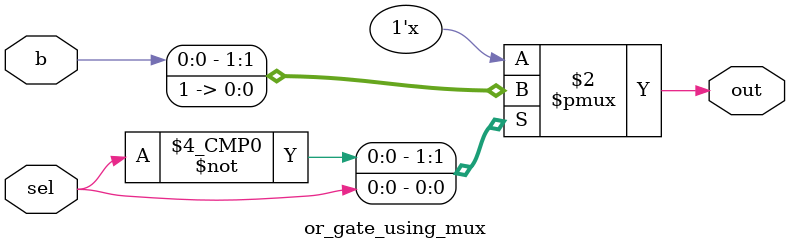
<source format=v>
module or_gate_using_mux(out,sel,b);


input wire b;
input wire sel;
output reg out;

 

always@(*)begin
case(sel)
0 : out <= b;
1 : out <= 1; 
endcase
end
endmodule


</source>
